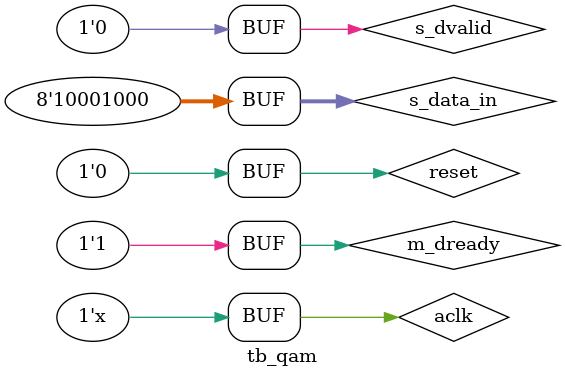
<source format=v>
`timescale 1ns / 1ps


module tb_qam;

	// Inputs
	reg aclk;
	reg reset;
	reg [7:0] s_data_in;       //!!!!!!
	reg s_dvalid;
	reg m_dready;

	// Outputs
	wire s_dready;
	wire [31:0] m_data_out;
	wire m_dvalid;
	wire m_dlast;
	wire [9:0] m_symbol_index;
	//wire fft_valid;
	wire [5:0] delay_c;
	wire [15:0] carry_over;
	wire [5:0] co_count;
	wire [8:0] load_count;
	//wire load_check;
	

	// Instantiate the Unit Under Test (UUT)//
	qam_mapper #(.B(8)) uut (
		.aclk(aclk), 
		.reset(reset), 
		.s_data_in(s_data_in), 
		.s_dvalid(s_dvalid), 
		.s_dready(s_dready), 
		.m_data_out(m_data_out), 
		.m_dready(m_dready), 
		.m_dvalid(m_dvalid), 
		.m_dlast(m_dlast), 
		.m_symbol_index(m_symbol_index), //!!
		//.fft_valid(fft_valid),
		.delay_c(delay_c),
		.carry_over(carry_over),
		.co_count(co_count),
		.load_count(load_count)//,
		//.load_check(load_check)
		
	);

	always #5 aclk = ~aclk;

	initial begin
		// Initialize Inputs
		aclk = 0;
		reset = 1;
		s_data_in = 0;
		s_dvalid = 0;
		m_dready = 0;

		// Wait 100 ns for global reset to finish
		#50;
		reset = 0;
		#50;
		
		m_dready = 1;
		
		s_data_in = 8'h05;
		s_dvalid = 1;
		#10;
		//s_dvalid =0;
		
		#20;
		s_data_in = 8'h39;
		s_dvalid = 1;
		#10;
		//s_dvalid =0;

		#20;
		s_data_in = 8'h77;
		s_dvalid = 1;
		#10;
		s_dvalid =0;

		#20;
		s_data_in = 8'hfa;
		s_dvalid = 1;
		#10;
		s_dvalid =0;		
		
		#20;
		s_data_in = 8'hc6;
		s_dvalid = 1;
		#10;
		s_dvalid =0;	
		
		#20;
		s_data_in = 8'h88;
		s_dvalid = 1;
		#10;
		s_dvalid =0;	
		

		
		
        
		// Add stimulus here

	end
      
endmodule


</source>
